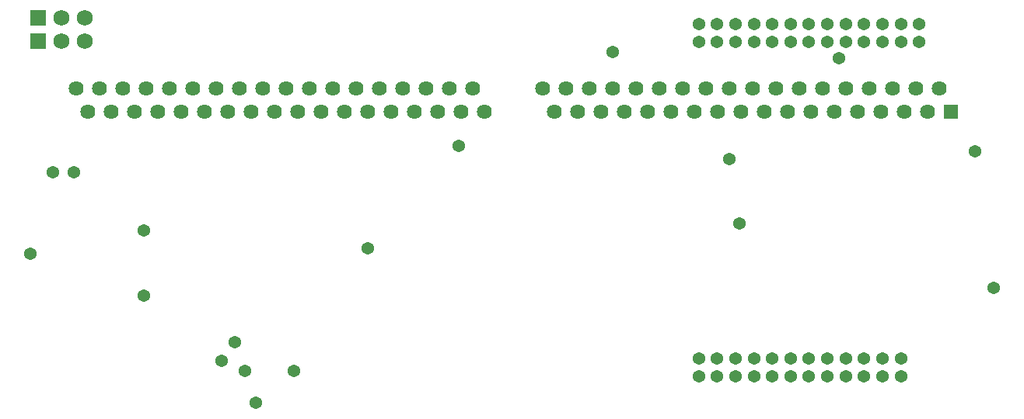
<source format=gts>
G04*
G04 #@! TF.GenerationSoftware,Altium Limited,Altium Designer,21.1.0 (24)*
G04*
G04 Layer_Color=8388736*
%FSLAX25Y25*%
%MOIN*%
G70*
G04*
G04 #@! TF.SameCoordinates,0D440C85-AE3C-4C52-A60E-649D9F504D21*
G04*
G04*
G04 #@! TF.FilePolarity,Negative*
G04*
G01*
G75*
%ADD13C,0.06900*%
%ADD14R,0.06900X0.06900*%
%ADD15C,0.05400*%
%ADD16C,0.06400*%
%ADD17R,0.06400X0.06400*%
D13*
X-193800Y25396D02*
D03*
X-183800D02*
D03*
X-193800Y35396D02*
D03*
X-183800D02*
D03*
D14*
X-203800Y25396D02*
D03*
Y35396D02*
D03*
D15*
X79440Y32698D02*
D03*
Y24798D02*
D03*
X87340Y32698D02*
D03*
Y24798D02*
D03*
X95140Y32698D02*
D03*
X103040D02*
D03*
X110940D02*
D03*
X118740D02*
D03*
X126640D02*
D03*
X134540D02*
D03*
X142440D02*
D03*
X150240D02*
D03*
X158140D02*
D03*
X166040D02*
D03*
X95140Y24798D02*
D03*
X103040D02*
D03*
X110940D02*
D03*
X118740D02*
D03*
X126640D02*
D03*
X134540D02*
D03*
X142440D02*
D03*
X150240D02*
D03*
X158140D02*
D03*
X166040D02*
D03*
X173940D02*
D03*
Y32698D02*
D03*
X79440Y-118902D02*
D03*
Y-111002D02*
D03*
X87340Y-118902D02*
D03*
Y-111002D02*
D03*
X95140Y-118902D02*
D03*
Y-111002D02*
D03*
X103040D02*
D03*
Y-118902D02*
D03*
X110940D02*
D03*
Y-111002D02*
D03*
X118740Y-118902D02*
D03*
Y-111002D02*
D03*
X126640Y-118902D02*
D03*
Y-111002D02*
D03*
X134540Y-118902D02*
D03*
Y-111002D02*
D03*
X142440Y-118902D02*
D03*
Y-111002D02*
D03*
X150240Y-118902D02*
D03*
Y-111002D02*
D03*
X158140Y-118902D02*
D03*
Y-111002D02*
D03*
X166040Y-118902D02*
D03*
Y-111002D02*
D03*
X-188620Y-31120D02*
D03*
X-197620D02*
D03*
X42400Y20700D02*
D03*
X-207000Y-66100D02*
D03*
X-158600Y-84100D02*
D03*
Y-56100D02*
D03*
X205900Y-80900D02*
D03*
X197900Y-22025D02*
D03*
X-110600Y-130100D02*
D03*
X-62366Y-63666D02*
D03*
X92500Y-25500D02*
D03*
X97000Y-53000D02*
D03*
X139400Y17900D02*
D03*
X-23500Y-19700D02*
D03*
X-115190Y-116311D02*
D03*
X-94000Y-116500D02*
D03*
X-119400Y-104000D02*
D03*
X-125200Y-112100D02*
D03*
D16*
X-177500Y5000D02*
D03*
X182500D02*
D03*
X172500D02*
D03*
X162500D02*
D03*
X152500D02*
D03*
X142500D02*
D03*
X132500D02*
D03*
X122500D02*
D03*
X112500D02*
D03*
X102500D02*
D03*
X92500D02*
D03*
X82500D02*
D03*
X72500D02*
D03*
X62500D02*
D03*
X52500D02*
D03*
X42500D02*
D03*
X32500D02*
D03*
X22500D02*
D03*
X12500D02*
D03*
X-17500D02*
D03*
X-27500D02*
D03*
X-37500D02*
D03*
X-47500D02*
D03*
X-57500D02*
D03*
X-67500D02*
D03*
X-77500D02*
D03*
X-87500D02*
D03*
X-97500D02*
D03*
X-107500D02*
D03*
X-117500D02*
D03*
X-127500D02*
D03*
X-137500D02*
D03*
X-147500D02*
D03*
X-157500D02*
D03*
X-167500D02*
D03*
X-187500D02*
D03*
X177500Y-5000D02*
D03*
X167500D02*
D03*
X157500D02*
D03*
X147500D02*
D03*
X137500D02*
D03*
X127500D02*
D03*
X117500D02*
D03*
X107500D02*
D03*
X97500D02*
D03*
X87500D02*
D03*
X77500D02*
D03*
X67500D02*
D03*
X57500D02*
D03*
X47500D02*
D03*
X37500D02*
D03*
X27500D02*
D03*
X17500D02*
D03*
X-12500D02*
D03*
X-22500D02*
D03*
X-32500D02*
D03*
X-42500D02*
D03*
X-52500D02*
D03*
X-62500D02*
D03*
X-72500D02*
D03*
X-82500D02*
D03*
X-92500D02*
D03*
X-102500D02*
D03*
X-112500D02*
D03*
X-122500D02*
D03*
X-132500D02*
D03*
X-142500D02*
D03*
X-152500D02*
D03*
X-162500D02*
D03*
X-172500D02*
D03*
X-182500D02*
D03*
D17*
X187500D02*
D03*
M02*

</source>
